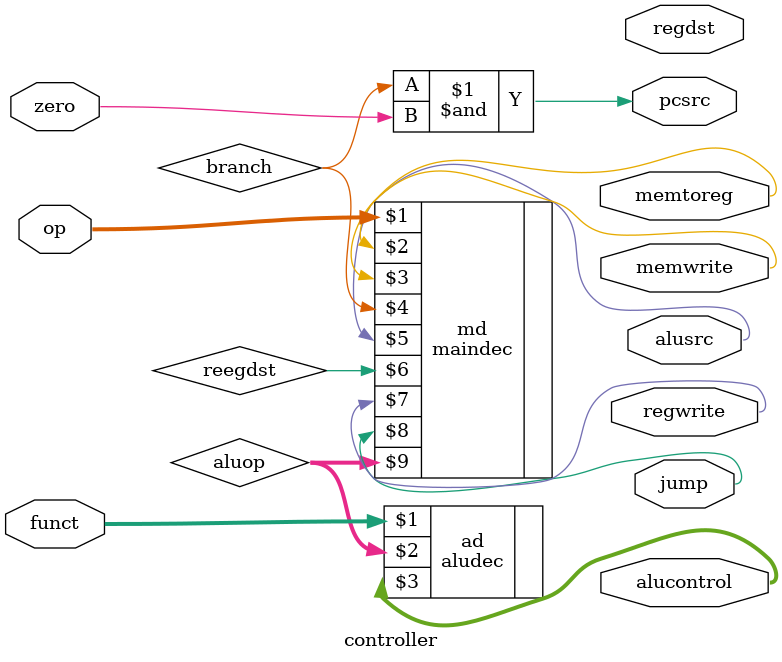
<source format=sv>
module controller(input logic[5:0] op, funct,
                  input logic      zero,
                  output logic     memtoreg, memwrite,
                  output logic     pcsrc, alusrc,
                  output logic     regdst, regwrite,
                  output logic     jump,
                  output logic[2:0]alucontrol);
    
    logic[1:0] aluop;
    logic      branch;

    maindec md(op, memtoreg, memwrite, branch,
               alusrc, reegdst, regwrite, jump, aluop);
        
    aludec ad(funct, aluop, alucontrol);
    assign pcsrc = branch & zero;
endmodule
</source>
